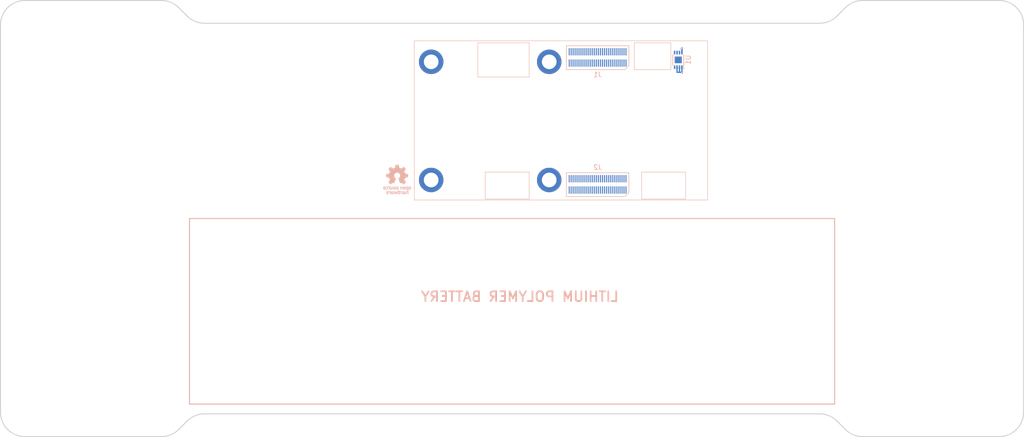
<source format=kicad_pcb>
(kicad_pcb (version 20171130) (host pcbnew "(5.1.8)-1")

  (general
    (thickness 1.6)
    (drawings 71)
    (tracks 8)
    (zones 0)
    (modules 8)
    (nets 7)
  )

  (page A)
  (title_block
    (title kimchi_ulid)
    (date 2019-12-15)
    (rev v0.1)
    (company GroupGets)
  )

  (layers
    (0 F.Cu signal)
    (1 In1.Cu power)
    (2 In2.Cu power)
    (31 B.Cu signal)
    (32 B.Adhes user)
    (33 F.Adhes user)
    (34 B.Paste user)
    (35 F.Paste user)
    (36 B.SilkS user)
    (37 F.SilkS user)
    (38 B.Mask user)
    (39 F.Mask user)
    (40 Dwgs.User user)
    (41 Cmts.User user)
    (42 Eco1.User user)
    (43 Eco2.User user)
    (44 Edge.Cuts user)
    (45 Margin user)
    (46 B.CrtYd user)
    (47 F.CrtYd user)
    (48 B.Fab user)
    (49 F.Fab user)
  )

  (setup
    (last_trace_width 0.127)
    (user_trace_width 0.0762)
    (user_trace_width 0.0889)
    (user_trace_width 0.091186)
    (user_trace_width 0.101346)
    (user_trace_width 0.1016)
    (user_trace_width 0.10668)
    (user_trace_width 0.121666)
    (user_trace_width 0.12192)
    (user_trace_width 0.126746)
    (user_trace_width 0.127)
    (user_trace_width 0.1397)
    (user_trace_width 0.15)
    (user_trace_width 0.2)
    (user_trace_width 0.254)
    (user_trace_width 0.3)
    (user_trace_width 0.35)
    (user_trace_width 0.4)
    (user_trace_width 0.5)
    (user_trace_width 0.75)
    (user_trace_width 1)
    (trace_clearance 0.127)
    (zone_clearance 0.127)
    (zone_45_only yes)
    (trace_min 0.0762)
    (via_size 0.4572)
    (via_drill 0.254)
    (via_min_size 0.3048)
    (via_min_drill 0.1016)
    (user_via 0.4 0.2)
    (user_via 0.4064 0.2)
    (user_via 0.4572 0.254)
    (user_via 0.5 0.3)
    (user_via 0.6 0.2)
    (user_via 0.7 0.4)
    (user_via 1 0.4)
    (uvia_size 0.4572)
    (uvia_drill 0.254)
    (uvias_allowed no)
    (uvia_min_size 0.2)
    (uvia_min_drill 0.1)
    (edge_width 0.15)
    (segment_width 0.2)
    (pcb_text_width 0.3)
    (pcb_text_size 1.5 1.5)
    (mod_edge_width 0.1)
    (mod_text_size 0.5 0.5)
    (mod_text_width 0.1)
    (pad_size 6.4 6.4)
    (pad_drill 3.2)
    (pad_to_mask_clearance 0.0508)
    (solder_mask_min_width 0.1016)
    (aux_axis_origin 107 126)
    (grid_origin 107 126)
    (visible_elements 7FFFFFFF)
    (pcbplotparams
      (layerselection 0x20000_7fffff80)
      (usegerberextensions true)
      (usegerberattributes false)
      (usegerberadvancedattributes false)
      (creategerberjobfile false)
      (excludeedgelayer false)
      (linewidth 0.100000)
      (plotframeref false)
      (viasonmask false)
      (mode 1)
      (useauxorigin false)
      (hpglpennumber 1)
      (hpglpenspeed 20)
      (hpglpendiameter 15.000000)
      (psnegative false)
      (psa4output false)
      (plotreference true)
      (plotvalue false)
      (plotinvisibletext false)
      (padsonsilk false)
      (subtractmaskfromsilk false)
      (outputformat 4)
      (mirror false)
      (drillshape 0)
      (scaleselection 1)
      (outputdirectory "gerber"))
  )

  (net 0 "")
  (net 1 GND)
  (net 2 VDD_5V)
  (net 3 VDD_1V8)
  (net 4 VDD_3V3)
  (net 5 I2C4_SCL)
  (net 6 I2C4_SDA)

  (net_class Default "This is the default net class."
    (clearance 0.127)
    (trace_width 0.127)
    (via_dia 0.4572)
    (via_drill 0.254)
    (uvia_dia 0.4572)
    (uvia_drill 0.254)
    (diff_pair_width 0.127)
    (diff_pair_gap 0.127)
    (add_net GND)
    (add_net I2C4_SCL)
    (add_net I2C4_SDA)
    (add_net VDD_1V8)
    (add_net VDD_3V3)
    (add_net VDD_5V)
  )

  (net_class CSI/DSI ""
    (clearance 0.127)
    (trace_width 0.121666)
    (via_dia 0.4)
    (via_drill 0.2)
    (uvia_dia 0.3)
    (uvia_drill 0.1)
    (diff_pair_width 0.086106)
    (diff_pair_gap 0.10414)
  )

  (net_class PCIE ""
    (clearance 0.127)
    (trace_width 0.121666)
    (via_dia 0.4)
    (via_drill 0.2)
    (uvia_dia 0.3)
    (uvia_drill 0.1)
    (diff_pair_width 0.126746)
    (diff_pair_gap 0.1016)
  )

  (net_class USB ""
    (clearance 0.127)
    (trace_width 0.121666)
    (via_dia 0.4)
    (via_drill 0.2)
    (uvia_dia 0.3)
    (uvia_drill 0.1)
    (diff_pair_width 0.101346)
    (diff_pair_gap 0.0889)
  )

  (module kimchi_ulid:MountingHole_3mm_Pad (layer F.Cu) (tedit 5E5DFAA1) (tstamp 5E5D88DA)
    (at 142.6 102.1)
    (descr "Mounting Hole 3mm")
    (tags "mounting hole 3mm")
    (path /5E62AAC7)
    (attr virtual)
    (fp_text reference H4 (at 0 -4) (layer F.SilkS) hide
      (effects (font (size 1 1) (thickness 0.15)))
    )
    (fp_text value MountingHole_Pad (at 0 4) (layer F.Fab) hide
      (effects (font (size 1 1) (thickness 0.15)))
    )
    (fp_circle (center 0 0) (end 2.75 0) (layer F.CrtYd) (width 0.05))
    (fp_circle (center 0 0) (end 2.5 0) (layer Cmts.User) (width 0.15))
    (fp_text user %R (at 0.3 0) (layer F.Fab)
      (effects (font (size 1 1) (thickness 0.15)))
    )
    (pad 1 thru_hole circle (at 0 0) (size 5 5) (drill 3) (layers *.Cu *.Mask)
      (net 1 GND))
  )

  (module kimchi_ulid:MountingHole_3mm_Pad (layer F.Cu) (tedit 5E5DFAA1) (tstamp 5E5D88D2)
    (at 142.6 77.9)
    (descr "Mounting Hole 3mm")
    (tags "mounting hole 3mm")
    (path /5E62A27E)
    (attr virtual)
    (fp_text reference H3 (at 0 -4) (layer F.SilkS) hide
      (effects (font (size 1 1) (thickness 0.15)))
    )
    (fp_text value MountingHole_Pad (at 0 4) (layer F.Fab) hide
      (effects (font (size 1 1) (thickness 0.15)))
    )
    (fp_circle (center 0 0) (end 2.75 0) (layer F.CrtYd) (width 0.05))
    (fp_circle (center 0 0) (end 2.5 0) (layer Cmts.User) (width 0.15))
    (fp_text user %R (at 0.3 0) (layer F.Fab)
      (effects (font (size 1 1) (thickness 0.15)))
    )
    (pad 1 thru_hole circle (at 0 0) (size 5 5) (drill 3) (layers *.Cu *.Mask)
      (net 1 GND))
  )

  (module kimchi_ulid:MountingHole_3mm_Pad (layer F.Cu) (tedit 5E5DFAA1) (tstamp 5E5D88CA)
    (at 118.45 102.1)
    (descr "Mounting Hole 3mm")
    (tags "mounting hole 3mm")
    (path /5E62A6D2)
    (attr virtual)
    (fp_text reference H2 (at 0 -4) (layer F.SilkS) hide
      (effects (font (size 1 1) (thickness 0.15)))
    )
    (fp_text value MountingHole_Pad (at 0 4) (layer F.Fab) hide
      (effects (font (size 1 1) (thickness 0.15)))
    )
    (fp_circle (center 0 0) (end 2.75 0) (layer F.CrtYd) (width 0.05))
    (fp_circle (center 0 0) (end 2.5 0) (layer Cmts.User) (width 0.15))
    (fp_text user %R (at 0.3 0) (layer F.Fab)
      (effects (font (size 1 1) (thickness 0.15)))
    )
    (pad 1 thru_hole circle (at 0 0) (size 5 5) (drill 3) (layers *.Cu *.Mask)
      (net 1 GND))
  )

  (module kimchi_ulid:MountingHole_3mm_Pad (layer F.Cu) (tedit 5E5DFAA1) (tstamp 5E5D88C2)
    (at 118.45 77.9)
    (descr "Mounting Hole 3mm")
    (tags "mounting hole 3mm")
    (path /5E6294CA)
    (attr virtual)
    (fp_text reference H1 (at 0 -4) (layer F.SilkS) hide
      (effects (font (size 1 1) (thickness 0.15)))
    )
    (fp_text value MountingHole_Pad (at 0 4) (layer F.Fab) hide
      (effects (font (size 1 1) (thickness 0.15)))
    )
    (fp_circle (center 0 0) (end 2.75 0) (layer F.CrtYd) (width 0.05))
    (fp_circle (center 0 0) (end 2.5 0) (layer Cmts.User) (width 0.15))
    (fp_text user %R (at 0.3 0) (layer F.Fab)
      (effects (font (size 1 1) (thickness 0.15)))
    )
    (pad 1 thru_hole circle (at 0 0) (size 5 5) (drill 3) (layers *.Cu *.Mask)
      (net 1 GND))
  )

  (module "kimchi_ulid:DF40HC(3.5)-60DS" (layer B.Cu) (tedit 5E5DE99C) (tstamp 5E2D942D)
    (at 152.5 103 180)
    (path /5E5E151A)
    (attr smd)
    (fp_text reference J2 (at 0 3.5 180) (layer B.SilkS)
      (effects (font (size 1 1) (thickness 0.15)) (justify mirror))
    )
    (fp_text value "DF40HC(3.5)-60DS" (at 0 0) (layer B.Fab) hide
      (effects (font (size 1 1) (thickness 0.15)) (justify mirror))
    )
    (fp_line (start -5.6 -2.49) (end -6.4 -1.69) (layer B.SilkS) (width 0.12))
    (fp_line (start -6.4 -1.69) (end -6.4 2.39) (layer B.SilkS) (width 0.12))
    (fp_line (start -6.4 2.39) (end 6.4 2.39) (layer B.SilkS) (width 0.12))
    (fp_line (start 6.4 2.39) (end 6.4 -2.49) (layer B.SilkS) (width 0.12))
    (fp_line (start 6.4 -2.49) (end -5.6 -2.49) (layer B.SilkS) (width 0.12))
    (fp_line (start -6.15 2.14) (end 6.15 2.14) (layer B.CrtYd) (width 0.05))
    (fp_line (start 6.15 2.14) (end 6.15 -2.24) (layer B.CrtYd) (width 0.05))
    (fp_line (start 6.15 -2.24) (end -6.15 -2.24) (layer B.CrtYd) (width 0.05))
    (fp_line (start -6.15 -2.24) (end -6.15 2.14) (layer B.CrtYd) (width 0.05))
    (pad 36 smd rect (at 3.8 -1.16 180) (size 0.2 1.5) (layers B.Cu B.Paste B.Mask))
    (pad 37 smd rect (at 3.4 -1.16 180) (size 0.2 1.5) (layers B.Cu B.Paste B.Mask))
    (pad 38 smd rect (at 3 -1.16 180) (size 0.2 1.5) (layers B.Cu B.Paste B.Mask)
      (net 1 GND))
    (pad 39 smd rect (at 2.6 -1.16 180) (size 0.2 1.5) (layers B.Cu B.Paste B.Mask)
      (net 1 GND))
    (pad 40 smd rect (at 2.2 -1.16 180) (size 0.2 1.5) (layers B.Cu B.Paste B.Mask)
      (net 1 GND))
    (pad 30 smd rect (at 5.8 1.16 180) (size 0.2 1.5) (layers B.Cu B.Paste B.Mask))
    (pad 41 smd rect (at 1.8 -1.16 180) (size 0.2 1.5) (layers B.Cu B.Paste B.Mask)
      (net 1 GND))
    (pad 29 smd rect (at 5.4 1.16 180) (size 0.2 1.5) (layers B.Cu B.Paste B.Mask))
    (pad 42 smd rect (at 1.4 -1.16 180) (size 0.2 1.5) (layers B.Cu B.Paste B.Mask)
      (net 3 VDD_1V8))
    (pad 28 smd rect (at 5 1.16 180) (size 0.2 1.5) (layers B.Cu B.Paste B.Mask))
    (pad 43 smd rect (at 1 -1.16 180) (size 0.2 1.5) (layers B.Cu B.Paste B.Mask)
      (net 3 VDD_1V8))
    (pad 27 smd rect (at 4.6 1.16 180) (size 0.2 1.5) (layers B.Cu B.Paste B.Mask))
    (pad 44 smd rect (at 0.6 -1.16 180) (size 0.2 1.5) (layers B.Cu B.Paste B.Mask)
      (net 3 VDD_1V8))
    (pad 26 smd rect (at 4.2 1.16 180) (size 0.2 1.5) (layers B.Cu B.Paste B.Mask))
    (pad 45 smd rect (at 0.2 -1.16 180) (size 0.2 1.5) (layers B.Cu B.Paste B.Mask)
      (net 3 VDD_1V8))
    (pad 25 smd rect (at 3.8 1.16 180) (size 0.2 1.5) (layers B.Cu B.Paste B.Mask))
    (pad 46 smd rect (at -0.2 -1.16 180) (size 0.2 1.5) (layers B.Cu B.Paste B.Mask))
    (pad 24 smd rect (at 3.4 1.16 180) (size 0.2 1.5) (layers B.Cu B.Paste B.Mask))
    (pad 47 smd rect (at -0.6 -1.16 180) (size 0.2 1.5) (layers B.Cu B.Paste B.Mask))
    (pad 23 smd rect (at 3 1.16 180) (size 0.2 1.5) (layers B.Cu B.Paste B.Mask))
    (pad 48 smd rect (at -1 -1.16 180) (size 0.2 1.5) (layers B.Cu B.Paste B.Mask))
    (pad 22 smd rect (at 2.6 1.16 180) (size 0.2 1.5) (layers B.Cu B.Paste B.Mask))
    (pad 49 smd rect (at -1.4 -1.16 180) (size 0.2 1.5) (layers B.Cu B.Paste B.Mask))
    (pad 21 smd rect (at 2.2 1.16 180) (size 0.2 1.5) (layers B.Cu B.Paste B.Mask))
    (pad 50 smd rect (at -1.8 -1.16 180) (size 0.2 1.5) (layers B.Cu B.Paste B.Mask)
      (net 1 GND))
    (pad 20 smd rect (at 1.8 1.16 180) (size 0.2 1.5) (layers B.Cu B.Paste B.Mask))
    (pad 51 smd rect (at -2.2 -1.16 180) (size 0.2 1.5) (layers B.Cu B.Paste B.Mask)
      (net 1 GND))
    (pad 19 smd rect (at 1.4 1.16 180) (size 0.2 1.5) (layers B.Cu B.Paste B.Mask))
    (pad 52 smd rect (at -2.6 -1.16 180) (size 0.2 1.5) (layers B.Cu B.Paste B.Mask)
      (net 1 GND))
    (pad 18 smd rect (at 1 1.16 180) (size 0.2 1.5) (layers B.Cu B.Paste B.Mask))
    (pad 53 smd rect (at -3 -1.16 180) (size 0.2 1.5) (layers B.Cu B.Paste B.Mask)
      (net 1 GND))
    (pad 17 smd rect (at 0.6 1.16 180) (size 0.2 1.5) (layers B.Cu B.Paste B.Mask))
    (pad 54 smd rect (at -3.4 -1.16 180) (size 0.2 1.5) (layers B.Cu B.Paste B.Mask)
      (net 4 VDD_3V3))
    (pad 16 smd rect (at 0.2 1.16 180) (size 0.2 1.5) (layers B.Cu B.Paste B.Mask))
    (pad 55 smd rect (at -3.8 -1.16 180) (size 0.2 1.5) (layers B.Cu B.Paste B.Mask)
      (net 4 VDD_3V3))
    (pad 15 smd rect (at -0.2 1.16 180) (size 0.2 1.5) (layers B.Cu B.Paste B.Mask))
    (pad 56 smd rect (at -4.2 -1.16 180) (size 0.2 1.5) (layers B.Cu B.Paste B.Mask)
      (net 4 VDD_3V3))
    (pad 14 smd rect (at -0.6 1.16 180) (size 0.2 1.5) (layers B.Cu B.Paste B.Mask))
    (pad 57 smd rect (at -4.6 -1.16 180) (size 0.2 1.5) (layers B.Cu B.Paste B.Mask)
      (net 4 VDD_3V3))
    (pad 13 smd rect (at -1 1.16 180) (size 0.2 1.5) (layers B.Cu B.Paste B.Mask))
    (pad 58 smd rect (at -5 -1.16 180) (size 0.2 1.5) (layers B.Cu B.Paste B.Mask))
    (pad 12 smd rect (at -1.4 1.16 180) (size 0.2 1.5) (layers B.Cu B.Paste B.Mask))
    (pad 59 smd rect (at -5.4 -1.16 180) (size 0.2 1.5) (layers B.Cu B.Paste B.Mask))
    (pad 11 smd rect (at -1.8 1.16 180) (size 0.2 1.5) (layers B.Cu B.Paste B.Mask))
    (pad 60 smd rect (at -5.8 -1.16 180) (size 0.2 1.5) (layers B.Cu B.Paste B.Mask))
    (pad 10 smd rect (at -2.2 1.16 180) (size 0.2 1.5) (layers B.Cu B.Paste B.Mask))
    (pad 31 smd rect (at 5.8 -1.16 180) (size 0.2 1.5) (layers B.Cu B.Paste B.Mask))
    (pad 9 smd rect (at -2.6 1.16 180) (size 0.2 1.5) (layers B.Cu B.Paste B.Mask))
    (pad 32 smd rect (at 5.4 -1.16 180) (size 0.2 1.5) (layers B.Cu B.Paste B.Mask))
    (pad 8 smd rect (at -3 1.16 180) (size 0.2 1.5) (layers B.Cu B.Paste B.Mask))
    (pad 33 smd rect (at 5 -1.16 180) (size 0.2 1.5) (layers B.Cu B.Paste B.Mask))
    (pad 7 smd rect (at -3.4 1.16 180) (size 0.2 1.5) (layers B.Cu B.Paste B.Mask))
    (pad 34 smd rect (at 4.6 -1.16 180) (size 0.2 1.5) (layers B.Cu B.Paste B.Mask))
    (pad 6 smd rect (at -3.8 1.16 180) (size 0.2 1.5) (layers B.Cu B.Paste B.Mask))
    (pad 35 smd rect (at 4.2 -1.16 180) (size 0.2 1.5) (layers B.Cu B.Paste B.Mask))
    (pad 5 smd rect (at -4.2 1.16 180) (size 0.2 1.5) (layers B.Cu B.Paste B.Mask))
    (pad 4 smd rect (at -4.6 1.16 180) (size 0.2 1.5) (layers B.Cu B.Paste B.Mask))
    (pad 3 smd rect (at -5 1.16 180) (size 0.2 1.5) (layers B.Cu B.Paste B.Mask))
    (pad 2 smd rect (at -5.4 1.16 180) (size 0.2 1.5) (layers B.Cu B.Paste B.Mask))
    (pad 1 smd rect (at -5.8 1.16 180) (size 0.2 1.5) (layers B.Cu B.Paste B.Mask))
    (model "${KIPRJMOD}/kimchi_ulid.pretty/DF40HC(3.5)-60DS.stp"
      (offset (xyz -2.115 0 1.99))
      (scale (xyz 1 1 1))
      (rotate (xyz -90 0 90))
    )
  )

  (module "kimchi_ulid:DF40HC(3.5)-60DS" (layer B.Cu) (tedit 5E5DE99C) (tstamp 5E6A0664)
    (at 152.5 77 180)
    (path /5E5E1603)
    (attr smd)
    (fp_text reference J1 (at 0 -3.5) (layer B.SilkS)
      (effects (font (size 1 1) (thickness 0.15)) (justify mirror))
    )
    (fp_text value "DF40HC(3.5)-60DS" (at 0 0) (layer B.Fab) hide
      (effects (font (size 1 1) (thickness 0.15)) (justify mirror))
    )
    (fp_line (start -5.6 -2.49) (end -6.4 -1.69) (layer B.SilkS) (width 0.12))
    (fp_line (start -6.4 -1.69) (end -6.4 2.39) (layer B.SilkS) (width 0.12))
    (fp_line (start -6.4 2.39) (end 6.4 2.39) (layer B.SilkS) (width 0.12))
    (fp_line (start 6.4 2.39) (end 6.4 -2.49) (layer B.SilkS) (width 0.12))
    (fp_line (start 6.4 -2.49) (end -5.6 -2.49) (layer B.SilkS) (width 0.12))
    (fp_line (start -6.15 2.14) (end 6.15 2.14) (layer B.CrtYd) (width 0.05))
    (fp_line (start 6.15 2.14) (end 6.15 -2.24) (layer B.CrtYd) (width 0.05))
    (fp_line (start 6.15 -2.24) (end -6.15 -2.24) (layer B.CrtYd) (width 0.05))
    (fp_line (start -6.15 -2.24) (end -6.15 2.14) (layer B.CrtYd) (width 0.05))
    (pad 36 smd rect (at 3.8 -1.16 180) (size 0.2 1.5) (layers B.Cu B.Paste B.Mask))
    (pad 37 smd rect (at 3.4 -1.16 180) (size 0.2 1.5) (layers B.Cu B.Paste B.Mask))
    (pad 38 smd rect (at 3 -1.16 180) (size 0.2 1.5) (layers B.Cu B.Paste B.Mask))
    (pad 39 smd rect (at 2.6 -1.16 180) (size 0.2 1.5) (layers B.Cu B.Paste B.Mask))
    (pad 40 smd rect (at 2.2 -1.16 180) (size 0.2 1.5) (layers B.Cu B.Paste B.Mask))
    (pad 30 smd rect (at 5.8 1.16 180) (size 0.2 1.5) (layers B.Cu B.Paste B.Mask))
    (pad 41 smd rect (at 1.8 -1.16 180) (size 0.2 1.5) (layers B.Cu B.Paste B.Mask))
    (pad 29 smd rect (at 5.4 1.16 180) (size 0.2 1.5) (layers B.Cu B.Paste B.Mask))
    (pad 42 smd rect (at 1.4 -1.16 180) (size 0.2 1.5) (layers B.Cu B.Paste B.Mask))
    (pad 28 smd rect (at 5 1.16 180) (size 0.2 1.5) (layers B.Cu B.Paste B.Mask))
    (pad 43 smd rect (at 1 -1.16 180) (size 0.2 1.5) (layers B.Cu B.Paste B.Mask))
    (pad 27 smd rect (at 4.6 1.16 180) (size 0.2 1.5) (layers B.Cu B.Paste B.Mask))
    (pad 44 smd rect (at 0.6 -1.16 180) (size 0.2 1.5) (layers B.Cu B.Paste B.Mask))
    (pad 26 smd rect (at 4.2 1.16 180) (size 0.2 1.5) (layers B.Cu B.Paste B.Mask))
    (pad 45 smd rect (at 0.2 -1.16 180) (size 0.2 1.5) (layers B.Cu B.Paste B.Mask))
    (pad 25 smd rect (at 3.8 1.16 180) (size 0.2 1.5) (layers B.Cu B.Paste B.Mask))
    (pad 46 smd rect (at -0.2 -1.16 180) (size 0.2 1.5) (layers B.Cu B.Paste B.Mask))
    (pad 24 smd rect (at 3.4 1.16 180) (size 0.2 1.5) (layers B.Cu B.Paste B.Mask))
    (pad 47 smd rect (at -0.6 -1.16 180) (size 0.2 1.5) (layers B.Cu B.Paste B.Mask))
    (pad 23 smd rect (at 3 1.16 180) (size 0.2 1.5) (layers B.Cu B.Paste B.Mask))
    (pad 48 smd rect (at -1 -1.16 180) (size 0.2 1.5) (layers B.Cu B.Paste B.Mask))
    (pad 22 smd rect (at 2.6 1.16 180) (size 0.2 1.5) (layers B.Cu B.Paste B.Mask))
    (pad 49 smd rect (at -1.4 -1.16 180) (size 0.2 1.5) (layers B.Cu B.Paste B.Mask))
    (pad 21 smd rect (at 2.2 1.16 180) (size 0.2 1.5) (layers B.Cu B.Paste B.Mask))
    (pad 50 smd rect (at -1.8 -1.16 180) (size 0.2 1.5) (layers B.Cu B.Paste B.Mask))
    (pad 20 smd rect (at 1.8 1.16 180) (size 0.2 1.5) (layers B.Cu B.Paste B.Mask))
    (pad 51 smd rect (at -2.2 -1.16 180) (size 0.2 1.5) (layers B.Cu B.Paste B.Mask)
      (net 1 GND))
    (pad 19 smd rect (at 1.4 1.16 180) (size 0.2 1.5) (layers B.Cu B.Paste B.Mask))
    (pad 52 smd rect (at -2.6 -1.16 180) (size 0.2 1.5) (layers B.Cu B.Paste B.Mask))
    (pad 18 smd rect (at 1 1.16 180) (size 0.2 1.5) (layers B.Cu B.Paste B.Mask))
    (pad 53 smd rect (at -3 -1.16 180) (size 0.2 1.5) (layers B.Cu B.Paste B.Mask))
    (pad 17 smd rect (at 0.6 1.16 180) (size 0.2 1.5) (layers B.Cu B.Paste B.Mask))
    (pad 54 smd rect (at -3.4 -1.16 180) (size 0.2 1.5) (layers B.Cu B.Paste B.Mask))
    (pad 16 smd rect (at 0.2 1.16 180) (size 0.2 1.5) (layers B.Cu B.Paste B.Mask)
      (net 5 I2C4_SCL))
    (pad 55 smd rect (at -3.8 -1.16 180) (size 0.2 1.5) (layers B.Cu B.Paste B.Mask))
    (pad 15 smd rect (at -0.2 1.16 180) (size 0.2 1.5) (layers B.Cu B.Paste B.Mask)
      (net 6 I2C4_SDA))
    (pad 56 smd rect (at -4.2 -1.16 180) (size 0.2 1.5) (layers B.Cu B.Paste B.Mask))
    (pad 14 smd rect (at -0.6 1.16 180) (size 0.2 1.5) (layers B.Cu B.Paste B.Mask)
      (net 1 GND))
    (pad 57 smd rect (at -4.6 -1.16 180) (size 0.2 1.5) (layers B.Cu B.Paste B.Mask))
    (pad 13 smd rect (at -1 1.16 180) (size 0.2 1.5) (layers B.Cu B.Paste B.Mask)
      (net 1 GND))
    (pad 58 smd rect (at -5 -1.16 180) (size 0.2 1.5) (layers B.Cu B.Paste B.Mask))
    (pad 12 smd rect (at -1.4 1.16 180) (size 0.2 1.5) (layers B.Cu B.Paste B.Mask)
      (net 1 GND))
    (pad 59 smd rect (at -5.4 -1.16 180) (size 0.2 1.5) (layers B.Cu B.Paste B.Mask))
    (pad 11 smd rect (at -1.8 1.16 180) (size 0.2 1.5) (layers B.Cu B.Paste B.Mask)
      (net 1 GND))
    (pad 60 smd rect (at -5.8 -1.16 180) (size 0.2 1.5) (layers B.Cu B.Paste B.Mask))
    (pad 10 smd rect (at -2.2 1.16 180) (size 0.2 1.5) (layers B.Cu B.Paste B.Mask)
      (net 2 VDD_5V))
    (pad 31 smd rect (at 5.8 -1.16 180) (size 0.2 1.5) (layers B.Cu B.Paste B.Mask))
    (pad 9 smd rect (at -2.6 1.16 180) (size 0.2 1.5) (layers B.Cu B.Paste B.Mask)
      (net 2 VDD_5V))
    (pad 32 smd rect (at 5.4 -1.16 180) (size 0.2 1.5) (layers B.Cu B.Paste B.Mask))
    (pad 8 smd rect (at -3 1.16 180) (size 0.2 1.5) (layers B.Cu B.Paste B.Mask)
      (net 2 VDD_5V))
    (pad 33 smd rect (at 5 -1.16 180) (size 0.2 1.5) (layers B.Cu B.Paste B.Mask))
    (pad 7 smd rect (at -3.4 1.16 180) (size 0.2 1.5) (layers B.Cu B.Paste B.Mask)
      (net 2 VDD_5V))
    (pad 34 smd rect (at 4.6 -1.16 180) (size 0.2 1.5) (layers B.Cu B.Paste B.Mask))
    (pad 6 smd rect (at -3.8 1.16 180) (size 0.2 1.5) (layers B.Cu B.Paste B.Mask))
    (pad 35 smd rect (at 4.2 -1.16 180) (size 0.2 1.5) (layers B.Cu B.Paste B.Mask))
    (pad 5 smd rect (at -4.2 1.16 180) (size 0.2 1.5) (layers B.Cu B.Paste B.Mask))
    (pad 4 smd rect (at -4.6 1.16 180) (size 0.2 1.5) (layers B.Cu B.Paste B.Mask))
    (pad 3 smd rect (at -5 1.16 180) (size 0.2 1.5) (layers B.Cu B.Paste B.Mask))
    (pad 2 smd rect (at -5.4 1.16 180) (size 0.2 1.5) (layers B.Cu B.Paste B.Mask))
    (pad 1 smd rect (at -5.8 1.16 180) (size 0.2 1.5) (layers B.Cu B.Paste B.Mask))
    (model "${KIPRJMOD}/kimchi_ulid.pretty/DF40HC(3.5)-60DS.stp"
      (offset (xyz -2.115 0 1.99))
      (scale (xyz 1 1 1))
      (rotate (xyz -90 0 90))
    )
  )

  (module Package_DFN_QFN:DFN-8-1EP_3x2mm_P0.5mm_EP1.36x1.46mm (layer B.Cu) (tedit 5A68DC49) (tstamp 5E5D5F2D)
    (at 169 77.5 90)
    (descr "8-Lead Plastic Dual Flat, No Lead Package (8MA2) - 2x3x0.6 mm Body (http://ww1.microchip.com/downloads/en/DeviceDoc/20005010F.pdf)")
    (tags "DFN 0.5")
    (path /5D8EE848)
    (attr smd)
    (fp_text reference U1 (at 0 2.05 270) (layer B.SilkS)
      (effects (font (size 1 1) (thickness 0.15)) (justify mirror))
    )
    (fp_text value 24C32 (at 0 -2.05 270) (layer B.Fab) hide
      (effects (font (size 1 1) (thickness 0.15)) (justify mirror))
    )
    (fp_line (start -0.5 1) (end 1.5 1) (layer B.Fab) (width 0.15))
    (fp_line (start 1.5 1) (end 1.5 -1) (layer B.Fab) (width 0.15))
    (fp_line (start 1.5 -1) (end -1.5 -1) (layer B.Fab) (width 0.15))
    (fp_line (start -1.5 -1) (end -1.5 0) (layer B.Fab) (width 0.15))
    (fp_line (start -1.5 0) (end -0.5 1) (layer B.Fab) (width 0.15))
    (fp_line (start -2.13 1.25) (end -2.13 -1.25) (layer B.CrtYd) (width 0.05))
    (fp_line (start 2.13 1.25) (end 2.13 -1.25) (layer B.CrtYd) (width 0.05))
    (fp_line (start -2.13 1.25) (end 2.13 1.25) (layer B.CrtYd) (width 0.05))
    (fp_line (start -2.13 -1.25) (end 2.13 -1.25) (layer B.CrtYd) (width 0.05))
    (fp_line (start -1.08 -1.12) (end 1.08 -1.12) (layer B.SilkS) (width 0.15))
    (fp_line (start -1.9 1.12) (end 1.08 1.12) (layer B.SilkS) (width 0.15))
    (fp_text user %R (at 0 0 270) (layer B.Fab)
      (effects (font (size 0.7 0.7) (thickness 0.105)) (justify mirror))
    )
    (pad "" smd rect (at 0.325 -0.375 90) (size 0.5 0.6) (layers B.Paste))
    (pad "" smd rect (at 0.325 0.375 90) (size 0.5 0.6) (layers B.Paste))
    (pad "" smd rect (at -0.325 -0.375 90) (size 0.5 0.6) (layers B.Paste))
    (pad "" smd rect (at -0.325 0.375 90) (size 0.5 0.6) (layers B.Paste))
    (pad 9 smd rect (at 0 0 90) (size 1.36 1.46) (layers B.Cu B.Mask))
    (pad 8 smd rect (at 1.5 0.75 90) (size 0.75 0.3) (layers B.Cu B.Paste B.Mask)
      (net 4 VDD_3V3))
    (pad 7 smd rect (at 1.5 0.25 90) (size 0.75 0.3) (layers B.Cu B.Paste B.Mask)
      (net 1 GND))
    (pad 6 smd rect (at 1.5 -0.25 90) (size 0.75 0.3) (layers B.Cu B.Paste B.Mask)
      (net 5 I2C4_SCL))
    (pad 5 smd rect (at 1.5 -0.75 90) (size 0.75 0.3) (layers B.Cu B.Paste B.Mask)
      (net 6 I2C4_SDA))
    (pad 4 smd rect (at -1.5 -0.75 90) (size 0.75 0.3) (layers B.Cu B.Paste B.Mask)
      (net 1 GND))
    (pad 3 smd rect (at -1.5 -0.25 90) (size 0.75 0.3) (layers B.Cu B.Paste B.Mask)
      (net 4 VDD_3V3))
    (pad 2 smd rect (at -1.5 0.25 90) (size 0.75 0.3) (layers B.Cu B.Paste B.Mask)
      (net 4 VDD_3V3))
    (pad 1 smd rect (at -1.5 0.75 90) (size 0.75 0.3) (layers B.Cu B.Paste B.Mask)
      (net 4 VDD_3V3))
    (model ${KISYS3DMOD}/Package_DFN_QFN.3dshapes/DFN-8-1EP_3x2mm_P0.5mm_EP1.36x1.46mm.wrl
      (at (xyz 0 0 0))
      (scale (xyz 1 1 1))
      (rotate (xyz 0 0 0))
    )
  )

  (module Symbol:OSHW-Logo_5.7x6mm_SilkScreen (layer B.Cu) (tedit 0) (tstamp 5E5D5F10)
    (at 111.5 102 180)
    (descr "Open Source Hardware Logo")
    (tags "Logo OSHW")
    (path /5EA00236)
    (attr virtual)
    (fp_text reference LOGO1 (at 0 0) (layer B.SilkS) hide
      (effects (font (size 1 1) (thickness 0.15)) (justify mirror))
    )
    (fp_text value Logo_Open_Hardware_Small (at 0.75 0) (layer B.Fab) hide
      (effects (font (size 1 1) (thickness 0.15)) (justify mirror))
    )
    (fp_poly (pts (xy -1.908759 -1.469184) (xy -1.882247 -1.482282) (xy -1.849553 -1.505106) (xy -1.825725 -1.529996)
      (xy -1.809406 -1.561249) (xy -1.79924 -1.603166) (xy -1.793872 -1.660044) (xy -1.791944 -1.736184)
      (xy -1.791831 -1.768917) (xy -1.792161 -1.840656) (xy -1.793527 -1.891927) (xy -1.7965 -1.927404)
      (xy -1.801649 -1.951763) (xy -1.809543 -1.96968) (xy -1.817757 -1.981902) (xy -1.870187 -2.033905)
      (xy -1.93193 -2.065184) (xy -1.998536 -2.074592) (xy -2.065558 -2.06098) (xy -2.086792 -2.051354)
      (xy -2.137624 -2.024859) (xy -2.137624 -2.440052) (xy -2.100525 -2.420868) (xy -2.051643 -2.406025)
      (xy -1.991561 -2.402222) (xy -1.931564 -2.409243) (xy -1.886256 -2.425013) (xy -1.848675 -2.455047)
      (xy -1.816564 -2.498024) (xy -1.81415 -2.502436) (xy -1.803967 -2.523221) (xy -1.79653 -2.54417)
      (xy -1.791411 -2.569548) (xy -1.788181 -2.603618) (xy -1.786413 -2.650641) (xy -1.785677 -2.714882)
      (xy -1.785544 -2.787176) (xy -1.785544 -3.017822) (xy -1.923861 -3.017822) (xy -1.923861 -2.592533)
      (xy -1.962549 -2.559979) (xy -2.002738 -2.53394) (xy -2.040797 -2.529205) (xy -2.079066 -2.541389)
      (xy -2.099462 -2.55332) (xy -2.114642 -2.570313) (xy -2.125438 -2.595995) (xy -2.132683 -2.633991)
      (xy -2.137208 -2.687926) (xy -2.139844 -2.761425) (xy -2.140772 -2.810347) (xy -2.143911 -3.011535)
      (xy -2.209926 -3.015336) (xy -2.27594 -3.019136) (xy -2.27594 -1.77065) (xy -2.137624 -1.77065)
      (xy -2.134097 -1.840254) (xy -2.122215 -1.888569) (xy -2.10002 -1.918631) (xy -2.065559 -1.933471)
      (xy -2.030742 -1.936436) (xy -1.991329 -1.933028) (xy -1.965171 -1.919617) (xy -1.948814 -1.901896)
      (xy -1.935937 -1.882835) (xy -1.928272 -1.861601) (xy -1.924861 -1.831849) (xy -1.924749 -1.787236)
      (xy -1.925897 -1.74988) (xy -1.928532 -1.693604) (xy -1.932456 -1.656658) (xy -1.939063 -1.633223)
      (xy -1.949749 -1.61748) (xy -1.959833 -1.60838) (xy -2.00197 -1.588537) (xy -2.05184 -1.585332)
      (xy -2.080476 -1.592168) (xy -2.108828 -1.616464) (xy -2.127609 -1.663728) (xy -2.136712 -1.733624)
      (xy -2.137624 -1.77065) (xy -2.27594 -1.77065) (xy -2.27594 -1.458614) (xy -2.206782 -1.458614)
      (xy -2.16526 -1.460256) (xy -2.143838 -1.466087) (xy -2.137626 -1.477461) (xy -2.137624 -1.477798)
      (xy -2.134742 -1.488938) (xy -2.12203 -1.487673) (xy -2.096757 -1.475433) (xy -2.037869 -1.456707)
      (xy -1.971615 -1.454739) (xy -1.908759 -1.469184)) (layer B.SilkS) (width 0.01))
    (fp_poly (pts (xy -1.38421 -2.406555) (xy -1.325055 -2.422339) (xy -1.280023 -2.450948) (xy -1.248246 -2.488419)
      (xy -1.238366 -2.504411) (xy -1.231073 -2.521163) (xy -1.225974 -2.542592) (xy -1.222679 -2.572616)
      (xy -1.220797 -2.615154) (xy -1.219937 -2.674122) (xy -1.219707 -2.75344) (xy -1.219703 -2.774484)
      (xy -1.219703 -3.017822) (xy -1.280059 -3.017822) (xy -1.318557 -3.015126) (xy -1.347023 -3.008295)
      (xy -1.354155 -3.004083) (xy -1.373652 -2.996813) (xy -1.393566 -3.004083) (xy -1.426353 -3.01316)
      (xy -1.473978 -3.016813) (xy -1.526764 -3.015228) (xy -1.575036 -3.008589) (xy -1.603218 -3.000072)
      (xy -1.657753 -2.965063) (xy -1.691835 -2.916479) (xy -1.707157 -2.851882) (xy -1.707299 -2.850223)
      (xy -1.705955 -2.821566) (xy -1.584356 -2.821566) (xy -1.573726 -2.854161) (xy -1.55641 -2.872505)
      (xy -1.521652 -2.886379) (xy -1.475773 -2.891917) (xy -1.428988 -2.889191) (xy -1.391514 -2.878274)
      (xy -1.381015 -2.871269) (xy -1.362668 -2.838904) (xy -1.35802 -2.802111) (xy -1.35802 -2.753763)
      (xy -1.427582 -2.753763) (xy -1.493667 -2.75885) (xy -1.543764 -2.773263) (xy -1.574929 -2.795729)
      (xy -1.584356 -2.821566) (xy -1.705955 -2.821566) (xy -1.703987 -2.779647) (xy -1.68071 -2.723845)
      (xy -1.636948 -2.681647) (xy -1.630899 -2.677808) (xy -1.604907 -2.665309) (xy -1.572735 -2.65774)
      (xy -1.52776 -2.654061) (xy -1.474331 -2.653216) (xy -1.35802 -2.653169) (xy -1.35802 -2.604411)
      (xy -1.362953 -2.566581) (xy -1.375543 -2.541236) (xy -1.377017 -2.539887) (xy -1.405034 -2.5288)
      (xy -1.447326 -2.524503) (xy -1.494064 -2.526615) (xy -1.535418 -2.534756) (xy -1.559957 -2.546965)
      (xy -1.573253 -2.556746) (xy -1.587294 -2.558613) (xy -1.606671 -2.5506) (xy -1.635976 -2.530739)
      (xy -1.679803 -2.497063) (xy -1.683825 -2.493909) (xy -1.681764 -2.482236) (xy -1.664568 -2.462822)
      (xy -1.638433 -2.441248) (xy -1.609552 -2.423096) (xy -1.600478 -2.418809) (xy -1.56738 -2.410256)
      (xy -1.51888 -2.404155) (xy -1.464695 -2.401708) (xy -1.462161 -2.401703) (xy -1.38421 -2.406555)) (layer B.SilkS) (width 0.01))
    (fp_poly (pts (xy -0.993356 -2.40302) (xy -0.974539 -2.40866) (xy -0.968473 -2.421053) (xy -0.968218 -2.426647)
      (xy -0.967129 -2.44223) (xy -0.959632 -2.444676) (xy -0.939381 -2.433993) (xy -0.927351 -2.426694)
      (xy -0.8894 -2.411063) (xy -0.844072 -2.403334) (xy -0.796544 -2.40274) (xy -0.751995 -2.408513)
      (xy -0.715602 -2.419884) (xy -0.692543 -2.436088) (xy -0.687996 -2.456355) (xy -0.690291 -2.461843)
      (xy -0.70702 -2.484626) (xy -0.732963 -2.512647) (xy -0.737655 -2.517177) (xy -0.762383 -2.538005)
      (xy -0.783718 -2.544735) (xy -0.813555 -2.540038) (xy -0.825508 -2.536917) (xy -0.862705 -2.529421)
      (xy -0.888859 -2.532792) (xy -0.910946 -2.544681) (xy -0.931178 -2.560635) (xy -0.946079 -2.5807)
      (xy -0.956434 -2.608702) (xy -0.963029 -2.648467) (xy -0.966649 -2.703823) (xy -0.968078 -2.778594)
      (xy -0.968218 -2.82374) (xy -0.968218 -3.017822) (xy -1.09396 -3.017822) (xy -1.09396 -2.401683)
      (xy -1.031089 -2.401683) (xy -0.993356 -2.40302)) (layer B.SilkS) (width 0.01))
    (fp_poly (pts (xy -0.201188 -3.017822) (xy -0.270346 -3.017822) (xy -0.310488 -3.016645) (xy -0.331394 -3.011772)
      (xy -0.338922 -3.001186) (xy -0.339505 -2.994029) (xy -0.340774 -2.979676) (xy -0.348779 -2.976923)
      (xy -0.369815 -2.985771) (xy -0.386173 -2.994029) (xy -0.448977 -3.013597) (xy -0.517248 -3.014729)
      (xy -0.572752 -3.000135) (xy -0.624438 -2.964877) (xy -0.663838 -2.912835) (xy -0.685413 -2.85145)
      (xy -0.685962 -2.848018) (xy -0.689167 -2.810571) (xy -0.690761 -2.756813) (xy -0.690633 -2.716155)
      (xy -0.553279 -2.716155) (xy -0.550097 -2.770194) (xy -0.542859 -2.814735) (xy -0.53306 -2.839888)
      (xy -0.495989 -2.87426) (xy -0.451974 -2.886582) (xy -0.406584 -2.876618) (xy -0.367797 -2.846895)
      (xy -0.353108 -2.826905) (xy -0.344519 -2.80305) (xy -0.340496 -2.76823) (xy -0.339505 -2.71593)
      (xy -0.341278 -2.664139) (xy -0.345963 -2.618634) (xy -0.352603 -2.588181) (xy -0.35371 -2.585452)
      (xy -0.380491 -2.553) (xy -0.419579 -2.535183) (xy -0.463315 -2.532306) (xy -0.504038 -2.544674)
      (xy -0.534087 -2.572593) (xy -0.537204 -2.578148) (xy -0.546961 -2.612022) (xy -0.552277 -2.660728)
      (xy -0.553279 -2.716155) (xy -0.690633 -2.716155) (xy -0.690568 -2.69554) (xy -0.689664 -2.662563)
      (xy -0.683514 -2.580981) (xy -0.670733 -2.51973) (xy -0.649471 -2.474449) (xy -0.617878 -2.440779)
      (xy -0.587207 -2.421014) (xy -0.544354 -2.40712) (xy -0.491056 -2.402354) (xy -0.43648 -2.406236)
      (xy -0.389792 -2.418282) (xy -0.365124 -2.432693) (xy -0.339505 -2.455878) (xy -0.339505 -2.162773)
      (xy -0.201188 -2.162773) (xy -0.201188 -3.017822)) (layer B.SilkS) (width 0.01))
    (fp_poly (pts (xy 0.281524 -2.404237) (xy 0.331255 -2.407971) (xy 0.461291 -2.797773) (xy 0.481678 -2.728614)
      (xy 0.493946 -2.685874) (xy 0.510085 -2.628115) (xy 0.527512 -2.564625) (xy 0.536726 -2.53057)
      (xy 0.571388 -2.401683) (xy 0.714391 -2.401683) (xy 0.671646 -2.536857) (xy 0.650596 -2.603342)
      (xy 0.625167 -2.683539) (xy 0.59861 -2.767193) (xy 0.574902 -2.841782) (xy 0.520902 -3.011535)
      (xy 0.462598 -3.015328) (xy 0.404295 -3.019122) (xy 0.372679 -2.914734) (xy 0.353182 -2.849889)
      (xy 0.331904 -2.7784) (xy 0.313308 -2.715263) (xy 0.312574 -2.71275) (xy 0.298684 -2.669969)
      (xy 0.286429 -2.640779) (xy 0.277846 -2.629741) (xy 0.276082 -2.631018) (xy 0.269891 -2.64813)
      (xy 0.258128 -2.684787) (xy 0.242225 -2.736378) (xy 0.223614 -2.798294) (xy 0.213543 -2.832352)
      (xy 0.159007 -3.017822) (xy 0.043264 -3.017822) (xy -0.049263 -2.725471) (xy -0.075256 -2.643462)
      (xy -0.098934 -2.568987) (xy -0.11918 -2.505544) (xy -0.134874 -2.456632) (xy -0.144898 -2.425749)
      (xy -0.147945 -2.416726) (xy -0.145533 -2.407487) (xy -0.126592 -2.403441) (xy -0.087177 -2.403846)
      (xy -0.081007 -2.404152) (xy -0.007914 -2.407971) (xy 0.039957 -2.58401) (xy 0.057553 -2.648211)
      (xy 0.073277 -2.704649) (xy 0.085746 -2.748422) (xy 0.093574 -2.77463) (xy 0.09502 -2.778903)
      (xy 0.101014 -2.77399) (xy 0.113101 -2.748532) (xy 0.129893 -2.705997) (xy 0.150003 -2.64985)
      (xy 0.167003 -2.59913) (xy 0.231794 -2.400504) (xy 0.281524 -2.404237)) (layer B.SilkS) (width 0.01))
    (fp_poly (pts (xy 1.038411 -2.405417) (xy 1.091411 -2.41829) (xy 1.106731 -2.42511) (xy 1.136428 -2.442974)
      (xy 1.15922 -2.463093) (xy 1.176083 -2.488962) (xy 1.187998 -2.524073) (xy 1.195942 -2.57192)
      (xy 1.200894 -2.635996) (xy 1.203831 -2.719794) (xy 1.204947 -2.775768) (xy 1.209052 -3.017822)
      (xy 1.138932 -3.017822) (xy 1.096393 -3.016038) (xy 1.074476 -3.009942) (xy 1.068812 -2.999706)
      (xy 1.065821 -2.988637) (xy 1.052451 -2.990754) (xy 1.034233 -2.999629) (xy 0.988624 -3.013233)
      (xy 0.930007 -3.016899) (xy 0.868354 -3.010903) (xy 0.813638 -2.995521) (xy 0.80873 -2.993386)
      (xy 0.758723 -2.958255) (xy 0.725756 -2.909419) (xy 0.710587 -2.852333) (xy 0.711746 -2.831824)
      (xy 0.835508 -2.831824) (xy 0.846413 -2.859425) (xy 0.878745 -2.879204) (xy 0.93091 -2.889819)
      (xy 0.958787 -2.891228) (xy 1.005247 -2.88762) (xy 1.036129 -2.873597) (xy 1.043664 -2.866931)
      (xy 1.064076 -2.830666) (xy 1.068812 -2.797773) (xy 1.068812 -2.753763) (xy 1.007513 -2.753763)
      (xy 0.936256 -2.757395) (xy 0.886276 -2.768818) (xy 0.854696 -2.788824) (xy 0.847626 -2.797743)
      (xy 0.835508 -2.831824) (xy 0.711746 -2.831824) (xy 0.713971 -2.792456) (xy 0.736663 -2.735244)
      (xy 0.767624 -2.69658) (xy 0.786376 -2.679864) (xy 0.804733 -2.668878) (xy 0.828619 -2.66218)
      (xy 0.863957 -2.658326) (xy 0.916669 -2.655873) (xy 0.937577 -2.655168) (xy 1.068812 -2.650879)
      (xy 1.06862 -2.611158) (xy 1.063537 -2.569405) (xy 1.045162 -2.544158) (xy 1.008039 -2.52803)
      (xy 1.007043 -2.527742) (xy 0.95441 -2.5214) (xy 0.902906 -2.529684) (xy 0.86463 -2.549827)
      (xy 0.849272 -2.559773) (xy 0.83273 -2.558397) (xy 0.807275 -2.543987) (xy 0.792328 -2.533817)
      (xy 0.763091 -2.512088) (xy 0.74498 -2.4958) (xy 0.742074 -2.491137) (xy 0.75404 -2.467005)
      (xy 0.789396 -2.438185) (xy 0.804753 -2.428461) (xy 0.848901 -2.411714) (xy 0.908398 -2.402227)
      (xy 0.974487 -2.400095) (xy 1.038411 -2.405417)) (layer B.SilkS) (width 0.01))
    (fp_poly (pts (xy 1.635255 -2.401486) (xy 1.683595 -2.411015) (xy 1.711114 -2.425125) (xy 1.740064 -2.448568)
      (xy 1.698876 -2.500571) (xy 1.673482 -2.532064) (xy 1.656238 -2.547428) (xy 1.639102 -2.549776)
      (xy 1.614027 -2.542217) (xy 1.602257 -2.537941) (xy 1.55427 -2.531631) (xy 1.510324 -2.545156)
      (xy 1.47806 -2.57571) (xy 1.472819 -2.585452) (xy 1.467112 -2.611258) (xy 1.462706 -2.658817)
      (xy 1.459811 -2.724758) (xy 1.458631 -2.80571) (xy 1.458614 -2.817226) (xy 1.458614 -3.017822)
      (xy 1.320297 -3.017822) (xy 1.320297 -2.401683) (xy 1.389456 -2.401683) (xy 1.429333 -2.402725)
      (xy 1.450107 -2.407358) (xy 1.457789 -2.417849) (xy 1.458614 -2.427745) (xy 1.458614 -2.453806)
      (xy 1.491745 -2.427745) (xy 1.529735 -2.409965) (xy 1.58077 -2.401174) (xy 1.635255 -2.401486)) (layer B.SilkS) (width 0.01))
    (fp_poly (pts (xy 2.032581 -2.40497) (xy 2.092685 -2.420597) (xy 2.143021 -2.452848) (xy 2.167393 -2.47694)
      (xy 2.207345 -2.533895) (xy 2.230242 -2.599965) (xy 2.238108 -2.681182) (xy 2.238148 -2.687748)
      (xy 2.238218 -2.753763) (xy 1.858264 -2.753763) (xy 1.866363 -2.788342) (xy 1.880987 -2.819659)
      (xy 1.906581 -2.852291) (xy 1.911935 -2.8575) (xy 1.957943 -2.885694) (xy 2.01041 -2.890475)
      (xy 2.070803 -2.871926) (xy 2.08104 -2.866931) (xy 2.112439 -2.851745) (xy 2.13347 -2.843094)
      (xy 2.137139 -2.842293) (xy 2.149948 -2.850063) (xy 2.174378 -2.869072) (xy 2.186779 -2.87946)
      (xy 2.212476 -2.903321) (xy 2.220915 -2.919077) (xy 2.215058 -2.933571) (xy 2.211928 -2.937534)
      (xy 2.190725 -2.954879) (xy 2.155738 -2.975959) (xy 2.131337 -2.988265) (xy 2.062072 -3.009946)
      (xy 1.985388 -3.016971) (xy 1.912765 -3.008647) (xy 1.892426 -3.002686) (xy 1.829476 -2.968952)
      (xy 1.782815 -2.917045) (xy 1.752173 -2.846459) (xy 1.737282 -2.756692) (xy 1.735647 -2.709753)
      (xy 1.740421 -2.641413) (xy 1.86099 -2.641413) (xy 1.872652 -2.646465) (xy 1.903998 -2.650429)
      (xy 1.949571 -2.652768) (xy 1.980446 -2.653169) (xy 2.035981 -2.652783) (xy 2.071033 -2.650975)
      (xy 2.090262 -2.646773) (xy 2.09833 -2.639203) (xy 2.099901 -2.628218) (xy 2.089121 -2.594381)
      (xy 2.06198 -2.56094) (xy 2.026277 -2.535272) (xy 1.99056 -2.524772) (xy 1.942048 -2.534086)
      (xy 1.900053 -2.561013) (xy 1.870936 -2.599827) (xy 1.86099 -2.641413) (xy 1.740421 -2.641413)
      (xy 1.742599 -2.610236) (xy 1.764055 -2.530949) (xy 1.80047 -2.471263) (xy 1.852297 -2.430549)
      (xy 1.91999 -2.408179) (xy 1.956662 -2.403871) (xy 2.032581 -2.40497)) (layer B.SilkS) (width 0.01))
    (fp_poly (pts (xy -2.538261 -1.465148) (xy -2.472479 -1.494231) (xy -2.42254 -1.542793) (xy -2.388374 -1.610908)
      (xy -2.369907 -1.698651) (xy -2.368583 -1.712351) (xy -2.367546 -1.808939) (xy -2.380993 -1.893602)
      (xy -2.408108 -1.962221) (xy -2.422627 -1.984294) (xy -2.473201 -2.031011) (xy -2.537609 -2.061268)
      (xy -2.609666 -2.073824) (xy -2.683185 -2.067439) (xy -2.739072 -2.047772) (xy -2.787132 -2.014629)
      (xy -2.826412 -1.971175) (xy -2.827092 -1.970158) (xy -2.843044 -1.943338) (xy -2.85341 -1.916368)
      (xy -2.859688 -1.882332) (xy -2.863373 -1.83431) (xy -2.864997 -1.794931) (xy -2.865672 -1.759219)
      (xy -2.739955 -1.759219) (xy -2.738726 -1.79477) (xy -2.734266 -1.842094) (xy -2.726397 -1.872465)
      (xy -2.712207 -1.894072) (xy -2.698917 -1.906694) (xy -2.651802 -1.933122) (xy -2.602505 -1.936653)
      (xy -2.556593 -1.917639) (xy -2.533638 -1.896331) (xy -2.517096 -1.874859) (xy -2.507421 -1.854313)
      (xy -2.503174 -1.827574) (xy -2.50292 -1.787523) (xy -2.504228 -1.750638) (xy -2.507043 -1.697947)
      (xy -2.511505 -1.663772) (xy -2.519548 -1.64148) (xy -2.533103 -1.624442) (xy -2.543845 -1.614703)
      (xy -2.588777 -1.589123) (xy -2.637249 -1.587847) (xy -2.677894 -1.602999) (xy -2.712567 -1.634642)
      (xy -2.733224 -1.68662) (xy -2.739955 -1.759219) (xy -2.865672 -1.759219) (xy -2.866479 -1.716621)
      (xy -2.863948 -1.658056) (xy -2.856362 -1.614007) (xy -2.842681 -1.579248) (xy -2.821865 -1.548551)
      (xy -2.814147 -1.539436) (xy -2.765889 -1.494021) (xy -2.714128 -1.467493) (xy -2.650828 -1.456379)
      (xy -2.619961 -1.455471) (xy -2.538261 -1.465148)) (layer B.SilkS) (width 0.01))
    (fp_poly (pts (xy -1.356699 -1.472614) (xy -1.344168 -1.478514) (xy -1.300799 -1.510283) (xy -1.25979 -1.556646)
      (xy -1.229168 -1.607696) (xy -1.220459 -1.631166) (xy -1.212512 -1.673091) (xy -1.207774 -1.723757)
      (xy -1.207199 -1.744679) (xy -1.207129 -1.810693) (xy -1.587083 -1.810693) (xy -1.578983 -1.845273)
      (xy -1.559104 -1.88617) (xy -1.524347 -1.921514) (xy -1.482998 -1.944282) (xy -1.456649 -1.94901)
      (xy -1.420916 -1.943273) (xy -1.378282 -1.928882) (xy -1.363799 -1.922262) (xy -1.31024 -1.895513)
      (xy -1.264533 -1.930376) (xy -1.238158 -1.953955) (xy -1.224124 -1.973417) (xy -1.223414 -1.979129)
      (xy -1.235951 -1.992973) (xy -1.263428 -2.014012) (xy -1.288366 -2.030425) (xy -1.355664 -2.05993)
      (xy -1.43111 -2.073284) (xy -1.505888 -2.069812) (xy -1.565495 -2.051663) (xy -1.626941 -2.012784)
      (xy -1.670608 -1.961595) (xy -1.697926 -1.895367) (xy -1.710322 -1.811371) (xy -1.711421 -1.772936)
      (xy -1.707022 -1.684861) (xy -1.706482 -1.682299) (xy -1.580582 -1.682299) (xy -1.577115 -1.690558)
      (xy -1.562863 -1.695113) (xy -1.53347 -1.697065) (xy -1.484575 -1.697517) (xy -1.465748 -1.697525)
      (xy -1.408467 -1.696843) (xy -1.372141 -1.694364) (xy -1.352604 -1.689443) (xy -1.34569 -1.681434)
      (xy -1.345445 -1.678862) (xy -1.353336 -1.658423) (xy -1.373085 -1.629789) (xy -1.381575 -1.619763)
      (xy -1.413094 -1.591408) (xy -1.445949 -1.580259) (xy -1.463651 -1.579327) (xy -1.511539 -1.590981)
      (xy -1.551699 -1.622285) (xy -1.577173 -1.667752) (xy -1.577625 -1.669233) (xy -1.580582 -1.682299)
      (xy -1.706482 -1.682299) (xy -1.692392 -1.61551) (xy -1.666038 -1.560025) (xy -1.633807 -1.520639)
      (xy -1.574217 -1.477931) (xy -1.504168 -1.455109) (xy -1.429661 -1.453046) (xy -1.356699 -1.472614)) (layer B.SilkS) (width 0.01))
    (fp_poly (pts (xy 0.014017 -1.456452) (xy 0.061634 -1.465482) (xy 0.111034 -1.48437) (xy 0.116312 -1.486777)
      (xy 0.153774 -1.506476) (xy 0.179717 -1.524781) (xy 0.188103 -1.536508) (xy 0.180117 -1.555632)
      (xy 0.16072 -1.58385) (xy 0.15211 -1.594384) (xy 0.116628 -1.635847) (xy 0.070885 -1.608858)
      (xy 0.02735 -1.590878) (xy -0.02295 -1.581267) (xy -0.071188 -1.58066) (xy -0.108533 -1.589691)
      (xy -0.117495 -1.595327) (xy -0.134563 -1.621171) (xy -0.136637 -1.650941) (xy -0.123866 -1.674197)
      (xy -0.116312 -1.678708) (xy -0.093675 -1.684309) (xy -0.053885 -1.690892) (xy -0.004834 -1.697183)
      (xy 0.004215 -1.69817) (xy 0.082996 -1.711798) (xy 0.140136 -1.734946) (xy 0.17803 -1.769752)
      (xy 0.199079 -1.818354) (xy 0.205635 -1.877718) (xy 0.196577 -1.945198) (xy 0.167164 -1.998188)
      (xy 0.117278 -2.036783) (xy 0.0468 -2.061081) (xy -0.031435 -2.070667) (xy -0.095234 -2.070552)
      (xy -0.146984 -2.061845) (xy -0.182327 -2.049825) (xy -0.226983 -2.02888) (xy -0.268253 -2.004574)
      (xy -0.282921 -1.993876) (xy -0.320643 -1.963084) (xy -0.275148 -1.917049) (xy -0.229653 -1.871013)
      (xy -0.177928 -1.905243) (xy -0.126048 -1.930952) (xy -0.070649 -1.944399) (xy -0.017395 -1.945818)
      (xy 0.028049 -1.935443) (xy 0.060016 -1.913507) (xy 0.070338 -1.894998) (xy 0.068789 -1.865314)
      (xy 0.04314 -1.842615) (xy -0.00654 -1.82694) (xy -0.060969 -1.819695) (xy -0.144736 -1.805873)
      (xy -0.206967 -1.779796) (xy -0.248493 -1.740699) (xy -0.270147 -1.68782) (xy -0.273147 -1.625126)
      (xy -0.258329 -1.559642) (xy -0.224546 -1.510144) (xy -0.171495 -1.476408) (xy -0.098874 -1.458207)
      (xy -0.045072 -1.454639) (xy 0.014017 -1.456452)) (layer B.SilkS) (width 0.01))
    (fp_poly (pts (xy 0.610762 -1.466055) (xy 0.674363 -1.500692) (xy 0.724123 -1.555372) (xy 0.747568 -1.599842)
      (xy 0.757634 -1.639121) (xy 0.764156 -1.695116) (xy 0.766951 -1.759621) (xy 0.765836 -1.824429)
      (xy 0.760626 -1.881334) (xy 0.754541 -1.911727) (xy 0.734014 -1.953306) (xy 0.698463 -1.997468)
      (xy 0.655619 -2.036087) (xy 0.613211 -2.061034) (xy 0.612177 -2.06143) (xy 0.559553 -2.072331)
      (xy 0.497188 -2.072601) (xy 0.437924 -2.062676) (xy 0.41504 -2.054722) (xy 0.356102 -2.0213)
      (xy 0.31389 -1.977511) (xy 0.286156 -1.919538) (xy 0.270651 -1.843565) (xy 0.267143 -1.803771)
      (xy 0.26759 -1.753766) (xy 0.402376 -1.753766) (xy 0.406917 -1.826732) (xy 0.419986 -1.882334)
      (xy 0.440756 -1.917861) (xy 0.455552 -1.92802) (xy 0.493464 -1.935104) (xy 0.538527 -1.933007)
      (xy 0.577487 -1.922812) (xy 0.587704 -1.917204) (xy 0.614659 -1.884538) (xy 0.632451 -1.834545)
      (xy 0.640024 -1.773705) (xy 0.636325 -1.708497) (xy 0.628057 -1.669253) (xy 0.60432 -1.623805)
      (xy 0.566849 -1.595396) (xy 0.52172 -1.585573) (xy 0.475011 -1.595887) (xy 0.439132 -1.621112)
      (xy 0.420277 -1.641925) (xy 0.409272 -1.662439) (xy 0.404026 -1.690203) (xy 0.402449 -1.732762)
      (xy 0.402376 -1.753766) (xy 0.26759 -1.753766) (xy 0.268094 -1.69758) (xy 0.285388 -1.610501)
      (xy 0.319029 -1.54253) (xy 0.369018 -1.493664) (xy 0.435356 -1.463899) (xy 0.449601 -1.460448)
      (xy 0.53521 -1.452345) (xy 0.610762 -1.466055)) (layer B.SilkS) (width 0.01))
    (fp_poly (pts (xy 0.993367 -1.654342) (xy 0.994555 -1.746563) (xy 0.998897 -1.81661) (xy 1.007558 -1.867381)
      (xy 1.021704 -1.901772) (xy 1.0425 -1.922679) (xy 1.07111 -1.933) (xy 1.106535 -1.935636)
      (xy 1.143636 -1.932682) (xy 1.171818 -1.921889) (xy 1.192243 -1.90036) (xy 1.206079 -1.865199)
      (xy 1.214491 -1.81351) (xy 1.218643 -1.742394) (xy 1.219703 -1.654342) (xy 1.219703 -1.458614)
      (xy 1.35802 -1.458614) (xy 1.35802 -2.062179) (xy 1.288862 -2.062179) (xy 1.24717 -2.060489)
      (xy 1.225701 -2.054556) (xy 1.219703 -2.043293) (xy 1.216091 -2.033261) (xy 1.201714 -2.035383)
      (xy 1.172736 -2.04958) (xy 1.106319 -2.07148) (xy 1.035875 -2.069928) (xy 0.968377 -2.046147)
      (xy 0.936233 -2.027362) (xy 0.911715 -2.007022) (xy 0.893804 -1.981573) (xy 0.881479 -1.947458)
      (xy 0.873723 -1.901121) (xy 0.869516 -1.839007) (xy 0.86784 -1.757561) (xy 0.867624 -1.694578)
      (xy 0.867624 -1.458614) (xy 0.993367 -1.458614) (xy 0.993367 -1.654342)) (layer B.SilkS) (width 0.01))
    (fp_poly (pts (xy 2.217226 -1.46388) (xy 2.29008 -1.49483) (xy 2.313027 -1.509895) (xy 2.342354 -1.533048)
      (xy 2.360764 -1.551253) (xy 2.363961 -1.557183) (xy 2.354935 -1.57034) (xy 2.331837 -1.592667)
      (xy 2.313344 -1.60825) (xy 2.262728 -1.648926) (xy 2.22276 -1.615295) (xy 2.191874 -1.593584)
      (xy 2.161759 -1.58609) (xy 2.127292 -1.58792) (xy 2.072561 -1.601528) (xy 2.034886 -1.629772)
      (xy 2.011991 -1.675433) (xy 2.001597 -1.741289) (xy 2.001595 -1.741331) (xy 2.002494 -1.814939)
      (xy 2.016463 -1.868946) (xy 2.044328 -1.905716) (xy 2.063325 -1.918168) (xy 2.113776 -1.933673)
      (xy 2.167663 -1.933683) (xy 2.214546 -1.918638) (xy 2.225644 -1.911287) (xy 2.253476 -1.892511)
      (xy 2.275236 -1.889434) (xy 2.298704 -1.903409) (xy 2.324649 -1.92851) (xy 2.365716 -1.97088)
      (xy 2.320121 -2.008464) (xy 2.249674 -2.050882) (xy 2.170233 -2.071785) (xy 2.087215 -2.070272)
      (xy 2.032694 -2.056411) (xy 1.96897 -2.022135) (xy 1.918005 -1.968212) (xy 1.894851 -1.930149)
      (xy 1.876099 -1.875536) (xy 1.866715 -1.806369) (xy 1.866643 -1.731407) (xy 1.875824 -1.659409)
      (xy 1.894199 -1.599137) (xy 1.897093 -1.592958) (xy 1.939952 -1.532351) (xy 1.997979 -1.488224)
      (xy 2.066591 -1.461493) (xy 2.141201 -1.453073) (xy 2.217226 -1.46388)) (layer B.SilkS) (width 0.01))
    (fp_poly (pts (xy 2.677898 -1.456457) (xy 2.710096 -1.464279) (xy 2.771825 -1.492921) (xy 2.82461 -1.536667)
      (xy 2.861141 -1.589117) (xy 2.86616 -1.600893) (xy 2.873045 -1.63174) (xy 2.877864 -1.677371)
      (xy 2.879505 -1.723492) (xy 2.879505 -1.810693) (xy 2.697178 -1.810693) (xy 2.621979 -1.810978)
      (xy 2.569003 -1.812704) (xy 2.535325 -1.817181) (xy 2.51802 -1.82572) (xy 2.514163 -1.83963)
      (xy 2.520829 -1.860222) (xy 2.53277 -1.884315) (xy 2.56608 -1.924525) (xy 2.612368 -1.944558)
      (xy 2.668944 -1.943905) (xy 2.733031 -1.922101) (xy 2.788417 -1.895193) (xy 2.834375 -1.931532)
      (xy 2.880333 -1.967872) (xy 2.837096 -2.007819) (xy 2.779374 -2.045563) (xy 2.708386 -2.06832)
      (xy 2.632029 -2.074688) (xy 2.558199 -2.063268) (xy 2.546287 -2.059393) (xy 2.481399 -2.025506)
      (xy 2.43313 -1.974986) (xy 2.400465 -1.906325) (xy 2.382385 -1.818014) (xy 2.382175 -1.816121)
      (xy 2.380556 -1.719878) (xy 2.3871 -1.685542) (xy 2.514852 -1.685542) (xy 2.526584 -1.690822)
      (xy 2.558438 -1.694867) (xy 2.605397 -1.697176) (xy 2.635154 -1.697525) (xy 2.690648 -1.697306)
      (xy 2.725346 -1.695916) (xy 2.743601 -1.692251) (xy 2.749766 -1.68521) (xy 2.748195 -1.67369)
      (xy 2.746878 -1.669233) (xy 2.724382 -1.627355) (xy 2.689003 -1.593604) (xy 2.65778 -1.578773)
      (xy 2.616301 -1.579668) (xy 2.574269 -1.598164) (xy 2.539012 -1.628786) (xy 2.517854 -1.666062)
      (xy 2.514852 -1.685542) (xy 2.3871 -1.685542) (xy 2.39669 -1.635229) (xy 2.428698 -1.564191)
      (xy 2.474701 -1.508779) (xy 2.532821 -1.471009) (xy 2.60118 -1.452896) (xy 2.677898 -1.456457)) (layer B.SilkS) (width 0.01))
    (fp_poly (pts (xy -0.754012 -1.469002) (xy -0.722717 -1.48395) (xy -0.692409 -1.505541) (xy -0.669318 -1.530391)
      (xy -0.6525 -1.562087) (xy -0.641006 -1.604214) (xy -0.633891 -1.660358) (xy -0.630207 -1.734106)
      (xy -0.629008 -1.829044) (xy -0.628989 -1.838985) (xy -0.628713 -2.062179) (xy -0.76703 -2.062179)
      (xy -0.76703 -1.856418) (xy -0.767128 -1.780189) (xy -0.767809 -1.724939) (xy -0.769651 -1.686501)
      (xy -0.773233 -1.660706) (xy -0.779132 -1.643384) (xy -0.787927 -1.630368) (xy -0.80018 -1.617507)
      (xy -0.843047 -1.589873) (xy -0.889843 -1.584745) (xy -0.934424 -1.602217) (xy -0.949928 -1.615221)
      (xy -0.96131 -1.627447) (xy -0.969481 -1.64054) (xy -0.974974 -1.658615) (xy -0.97832 -1.685787)
      (xy -0.980051 -1.72617) (xy -0.980697 -1.783879) (xy -0.980792 -1.854132) (xy -0.980792 -2.062179)
      (xy -1.119109 -2.062179) (xy -1.119109 -1.458614) (xy -1.04995 -1.458614) (xy -1.008428 -1.460256)
      (xy -0.987006 -1.466087) (xy -0.980795 -1.477461) (xy -0.980792 -1.477798) (xy -0.97791 -1.488938)
      (xy -0.965199 -1.487674) (xy -0.939926 -1.475434) (xy -0.882605 -1.457424) (xy -0.817037 -1.455421)
      (xy -0.754012 -1.469002)) (layer B.SilkS) (width 0.01))
    (fp_poly (pts (xy 1.79946 -1.45803) (xy 1.842711 -1.471245) (xy 1.870558 -1.487941) (xy 1.879629 -1.501145)
      (xy 1.877132 -1.516797) (xy 1.860931 -1.541385) (xy 1.847232 -1.5588) (xy 1.818992 -1.590283)
      (xy 1.797775 -1.603529) (xy 1.779688 -1.602664) (xy 1.726035 -1.58901) (xy 1.68663 -1.58963)
      (xy 1.654632 -1.605104) (xy 1.64389 -1.614161) (xy 1.609505 -1.646027) (xy 1.609505 -2.062179)
      (xy 1.471188 -2.062179) (xy 1.471188 -1.458614) (xy 1.540347 -1.458614) (xy 1.581869 -1.460256)
      (xy 1.603291 -1.466087) (xy 1.609502 -1.477461) (xy 1.609505 -1.477798) (xy 1.612439 -1.489713)
      (xy 1.625704 -1.488159) (xy 1.644084 -1.479563) (xy 1.682046 -1.463568) (xy 1.712872 -1.453945)
      (xy 1.752536 -1.451478) (xy 1.79946 -1.45803)) (layer B.SilkS) (width 0.01))
    (fp_poly (pts (xy 0.376964 2.709982) (xy 0.433812 2.40843) (xy 0.853338 2.235488) (xy 1.104984 2.406605)
      (xy 1.175458 2.45425) (xy 1.239163 2.49679) (xy 1.293126 2.532285) (xy 1.334373 2.55879)
      (xy 1.359934 2.574364) (xy 1.366895 2.577722) (xy 1.379435 2.569086) (xy 1.406231 2.545208)
      (xy 1.44428 2.509141) (xy 1.490579 2.463933) (xy 1.542123 2.412636) (xy 1.595909 2.358299)
      (xy 1.648935 2.303972) (xy 1.698195 2.252705) (xy 1.740687 2.207549) (xy 1.773407 2.171554)
      (xy 1.793351 2.14777) (xy 1.798119 2.13981) (xy 1.791257 2.125135) (xy 1.77202 2.092986)
      (xy 1.74243 2.046508) (xy 1.70451 1.988844) (xy 1.660282 1.92314) (xy 1.634654 1.885664)
      (xy 1.587941 1.817232) (xy 1.546432 1.75548) (xy 1.51214 1.703481) (xy 1.48708 1.664308)
      (xy 1.473264 1.641035) (xy 1.471188 1.636145) (xy 1.475895 1.622245) (xy 1.488723 1.58985)
      (xy 1.507738 1.543515) (xy 1.531003 1.487794) (xy 1.556584 1.427242) (xy 1.582545 1.366414)
      (xy 1.60695 1.309864) (xy 1.627863 1.262148) (xy 1.643349 1.227819) (xy 1.651472 1.211432)
      (xy 1.651952 1.210788) (xy 1.664707 1.207659) (xy 1.698677 1.200679) (xy 1.75034 1.190533)
      (xy 1.816176 1.177908) (xy 1.892664 1.163491) (xy 1.93729 1.155177) (xy 2.019021 1.139616)
      (xy 2.092843 1.124808) (xy 2.155021 1.111564) (xy 2.201822 1.100695) (xy 2.229509 1.093011)
      (xy 2.235074 1.090573) (xy 2.240526 1.07407) (xy 2.244924 1.0368) (xy 2.248272 0.98312)
      (xy 2.250574 0.917388) (xy 2.251832 0.843963) (xy 2.252048 0.767204) (xy 2.251227 0.691468)
      (xy 2.249371 0.621114) (xy 2.246482 0.5605) (xy 2.242565 0.513984) (xy 2.237622 0.485925)
      (xy 2.234657 0.480084) (xy 2.216934 0.473083) (xy 2.179381 0.463073) (xy 2.126964 0.451231)
      (xy 2.064652 0.438733) (xy 2.0429 0.43469) (xy 1.938024 0.41548) (xy 1.85518 0.400009)
      (xy 1.79163 0.387663) (xy 1.744637 0.377827) (xy 1.711463 0.369886) (xy 1.689371 0.363224)
      (xy 1.675624 0.357227) (xy 1.667484 0.351281) (xy 1.666345 0.350106) (xy 1.654977 0.331174)
      (xy 1.637635 0.294331) (xy 1.61605 0.244087) (xy 1.591954 0.184954) (xy 1.567079 0.121444)
      (xy 1.543157 0.058068) (xy 1.521919 -0.000662) (xy 1.505097 -0.050235) (xy 1.494422 -0.086139)
      (xy 1.491627 -0.103862) (xy 1.49186 -0.104483) (xy 1.501331 -0.11897) (xy 1.522818 -0.150844)
      (xy 1.554063 -0.196789) (xy 1.592807 -0.253485) (xy 1.636793 -0.317617) (xy 1.649319 -0.335842)
      (xy 1.693984 -0.401914) (xy 1.733288 -0.4622) (xy 1.765088 -0.513235) (xy 1.787245 -0.55156)
      (xy 1.797617 -0.573711) (xy 1.798119 -0.576432) (xy 1.789405 -0.590736) (xy 1.765325 -0.619072)
      (xy 1.728976 -0.658396) (xy 1.683453 -0.705661) (xy 1.631852 -0.757823) (xy 1.577267 -0.811835)
      (xy 1.522794 -0.864653) (xy 1.471529 -0.913231) (xy 1.426567 -0.954523) (xy 1.391004 -0.985485)
      (xy 1.367935 -1.00307) (xy 1.361554 -1.005941) (xy 1.346699 -0.999178) (xy 1.316286 -0.980939)
      (xy 1.275268 -0.954297) (xy 1.243709 -0.932852) (xy 1.186525 -0.893503) (xy 1.118806 -0.847171)
      (xy 1.05088 -0.800913) (xy 1.014361 -0.776155) (xy 0.890752 -0.692547) (xy 0.786991 -0.74865)
      (xy 0.73972 -0.773228) (xy 0.699523 -0.792331) (xy 0.672326 -0.803227) (xy 0.665402 -0.804743)
      (xy 0.657077 -0.793549) (xy 0.640654 -0.761917) (xy 0.617357 -0.712765) (xy 0.588414 -0.64901)
      (xy 0.55505 -0.573571) (xy 0.518491 -0.489364) (xy 0.479964 -0.399308) (xy 0.440694 -0.306321)
      (xy 0.401908 -0.21332) (xy 0.36483 -0.123223) (xy 0.330689 -0.038948) (xy 0.300708 0.036587)
      (xy 0.276116 0.100466) (xy 0.258136 0.149769) (xy 0.247997 0.181579) (xy 0.246366 0.192504)
      (xy 0.259291 0.206439) (xy 0.287589 0.22906) (xy 0.325346 0.255667) (xy 0.328515 0.257772)
      (xy 0.4261 0.335886) (xy 0.504786 0.427018) (xy 0.563891 0.528255) (xy 0.602732 0.636682)
      (xy 0.620628 0.749386) (xy 0.616897 0.863452) (xy 0.590857 0.975966) (xy 0.541825 1.084015)
      (xy 0.5274 1.107655) (xy 0.452369 1.203113) (xy 0.36373 1.279768) (xy 0.264549 1.33722)
      (xy 0.157895 1.375071) (xy 0.046836 1.392922) (xy -0.065561 1.390375) (xy -0.176227 1.36703)
      (xy -0.282094 1.32249) (xy -0.380095 1.256355) (xy -0.41041 1.229513) (xy -0.487562 1.145488)
      (xy -0.543782 1.057034) (xy -0.582347 0.957885) (xy -0.603826 0.859697) (xy -0.609128 0.749303)
      (xy -0.591448 0.63836) (xy -0.552581 0.530619) (xy -0.494323 0.429831) (xy -0.418469 0.339744)
      (xy -0.326817 0.264108) (xy -0.314772 0.256136) (xy -0.276611 0.230026) (xy -0.247601 0.207405)
      (xy -0.233732 0.192961) (xy -0.233531 0.192504) (xy -0.236508 0.176879) (xy -0.248311 0.141418)
      (xy -0.267714 0.089038) (xy -0.293488 0.022655) (xy -0.324409 -0.054814) (xy -0.359249 -0.14045)
      (xy -0.396783 -0.231337) (xy -0.435783 -0.324559) (xy -0.475023 -0.417197) (xy -0.513276 -0.506335)
      (xy -0.549317 -0.589055) (xy -0.581917 -0.662441) (xy -0.609852 -0.723575) (xy -0.631895 -0.769541)
      (xy -0.646818 -0.797421) (xy -0.652828 -0.804743) (xy -0.671191 -0.799041) (xy -0.705552 -0.783749)
      (xy -0.749984 -0.761599) (xy -0.774417 -0.74865) (xy -0.878178 -0.692547) (xy -1.001787 -0.776155)
      (xy -1.064886 -0.818987) (xy -1.13397 -0.866122) (xy -1.198707 -0.910503) (xy -1.231134 -0.932852)
      (xy -1.276741 -0.963477) (xy -1.31536 -0.987747) (xy -1.341952 -1.002587) (xy -1.35059 -1.005724)
      (xy -1.363161 -0.997261) (xy -1.390984 -0.973636) (xy -1.431361 -0.937302) (xy -1.481595 -0.890711)
      (xy -1.538988 -0.836317) (xy -1.575286 -0.801392) (xy -1.63879 -0.738996) (xy -1.693673 -0.683188)
      (xy -1.737714 -0.636354) (xy -1.768695 -0.600882) (xy -1.784398 -0.579161) (xy -1.785905 -0.574752)
      (xy -1.778914 -0.557985) (xy -1.759594 -0.524082) (xy -1.730091 -0.476476) (xy -1.692545 -0.418599)
      (xy -1.6491 -0.353884) (xy -1.636745 -0.335842) (xy -1.591727 -0.270267) (xy -1.55134 -0.211228)
      (xy -1.51784 -0.162042) (xy -1.493486 -0.126028) (xy -1.480536 -0.106502) (xy -1.479285 -0.104483)
      (xy -1.481156 -0.088922) (xy -1.491087 -0.054709) (xy -1.507347 -0.006355) (xy -1.528205 0.051629)
      (xy -1.551927 0.11473) (xy -1.576784 0.178437) (xy -1.601042 0.238239) (xy -1.622971 0.289624)
      (xy -1.640838 0.328081) (xy -1.652913 0.349098) (xy -1.653771 0.350106) (xy -1.661154 0.356112)
      (xy -1.673625 0.362052) (xy -1.69392 0.36854) (xy -1.724778 0.376191) (xy -1.768934 0.38562)
      (xy -1.829126 0.397441) (xy -1.908093 0.412271) (xy -2.00857 0.430723) (xy -2.030325 0.43469)
      (xy -2.094802 0.447147) (xy -2.151011 0.459334) (xy -2.193987 0.470074) (xy -2.21876 0.478191)
      (xy -2.222082 0.480084) (xy -2.227556 0.496862) (xy -2.232006 0.534355) (xy -2.235428 0.588206)
      (xy -2.237819 0.654056) (xy -2.239177 0.727547) (xy -2.239499 0.80432) (xy -2.238781 0.880017)
      (xy -2.237021 0.95028) (xy -2.234216 1.01075) (xy -2.230362 1.05707) (xy -2.225457 1.084881)
      (xy -2.2225 1.090573) (xy -2.206037 1.096314) (xy -2.168551 1.105655) (xy -2.113775 1.117785)
      (xy -2.045445 1.131893) (xy -1.967294 1.14717) (xy -1.924716 1.155177) (xy -1.843929 1.170279)
      (xy -1.771887 1.18396) (xy -1.712111 1.195533) (xy -1.668121 1.204313) (xy -1.643439 1.209613)
      (xy -1.639377 1.210788) (xy -1.632511 1.224035) (xy -1.617998 1.255943) (xy -1.597771 1.301953)
      (xy -1.573766 1.357508) (xy -1.547918 1.418047) (xy -1.52216 1.479014) (xy -1.498427 1.535849)
      (xy -1.478654 1.583994) (xy -1.464776 1.61889) (xy -1.458726 1.635979) (xy -1.458614 1.636726)
      (xy -1.465472 1.650207) (xy -1.484698 1.68123) (xy -1.514272 1.726711) (xy -1.552173 1.783568)
      (xy -1.59638 1.848717) (xy -1.622079 1.886138) (xy -1.668907 1.954753) (xy -1.710499 2.017048)
      (xy -1.744825 2.069871) (xy -1.769857 2.110073) (xy -1.783565 2.1345) (xy -1.785544 2.139976)
      (xy -1.777034 2.152722) (xy -1.753507 2.179937) (xy -1.717968 2.218572) (xy -1.673423 2.265577)
      (xy -1.622877 2.317905) (xy -1.569336 2.372505) (xy -1.515805 2.42633) (xy -1.465289 2.47633)
      (xy -1.420794 2.519457) (xy -1.385325 2.552661) (xy -1.361887 2.572894) (xy -1.354046 2.577722)
      (xy -1.34128 2.570933) (xy -1.310744 2.551858) (xy -1.26541 2.522439) (xy -1.208244 2.484619)
      (xy -1.142216 2.440339) (xy -1.09241 2.406605) (xy -0.840764 2.235488) (xy -0.631001 2.321959)
      (xy -0.421237 2.40843) (xy -0.364389 2.709982) (xy -0.30754 3.011534) (xy 0.320115 3.011534)
      (xy 0.376964 2.709982)) (layer B.SilkS) (width 0.01))
  )

  (gr_line (start 115 106.2) (end 175 106.2) (layer B.SilkS) (width 0.1))
  (gr_line (start 115 73.6) (end 115 106.2) (layer B.SilkS) (width 0.1))
  (gr_line (start 175 73.6) (end 115 73.6) (layer B.SilkS) (width 0.1))
  (gr_line (start 175 106.2) (end 175 73.6) (layer B.SilkS) (width 0.1))
  (gr_text "LITHIUM POLYMER BATTERY" (at 136.6 126) (layer B.SilkS)
    (effects (font (size 2 2) (thickness 0.35)) (justify mirror))
  )
  (gr_line (start 201 148) (end 69 148) (layer B.SilkS) (width 0.2) (tstamp 5FCECB19))
  (gr_line (start 69 148) (end 69 110) (layer B.SilkS) (width 0.2) (tstamp 5FCECB16))
  (gr_line (start 201 110) (end 69 110) (layer B.SilkS) (width 0.2))
  (gr_line (start 201 148) (end 201 110) (layer B.SilkS) (width 0.2))
  (gr_arc (start 197.928932 154.999999) (end 201.464466 151.464466) (angle -45) (layer Edge.Cuts) (width 0.2))
  (gr_line (start 72.071067 150) (end 197.928932 150) (layer Edge.Cuts) (width 0.2))
  (gr_arc (start 72.071067 154.999999) (end 72.071067 150) (angle -45) (layer Edge.Cuts) (width 0.2))
  (gr_line (start 66.802573 153.197426) (end 68.535533 151.464466) (layer Edge.Cuts) (width 0.2))
  (gr_arc (start 63.267039 149.661892) (end 63.267039 154.661892) (angle -45) (layer Edge.Cuts) (width 0.2))
  (gr_line (start 35.338107 154.661892) (end 63.267039 154.661892) (layer Edge.Cuts) (width 0.2))
  (gr_arc (start 35.338107 149.661892) (end 30.338107 149.661892) (angle -90) (layer Edge.Cuts) (width 0.2))
  (gr_line (start 30.338107 70.338108) (end 30.338107 149.661892) (layer Edge.Cuts) (width 0.2))
  (gr_arc (start 35.338107 70.338108) (end 35.338107 65.338108) (angle -90) (layer Edge.Cuts) (width 0.2))
  (gr_line (start 63.267039 65.338108) (end 35.338107 65.338108) (layer Edge.Cuts) (width 0.2))
  (gr_arc (start 63.267039 70.338108) (end 66.802573 66.802574) (angle -45) (layer Edge.Cuts) (width 0.2))
  (gr_line (start 68.535533 68.535534) (end 66.802573 66.802574) (layer Edge.Cuts) (width 0.2))
  (gr_arc (start 72.071067 65.000001) (end 68.535533 68.535534) (angle -45) (layer Edge.Cuts) (width 0.2))
  (gr_line (start 72.071067 70) (end 197.928932 70) (layer Edge.Cuts) (width 0.2))
  (gr_arc (start 197.928932 65) (end 197.928932 70) (angle -45) (layer Edge.Cuts) (width 0.2))
  (gr_line (start 201.464466 68.535534) (end 203.197426 66.802574) (layer Edge.Cuts) (width 0.2))
  (gr_arc (start 206.73296 70.338108) (end 206.73296 65.338108) (angle -45) (layer Edge.Cuts) (width 0.2))
  (gr_line (start 206.73296 65.338108) (end 234.661892 65.338108) (layer Edge.Cuts) (width 0.2))
  (gr_arc (start 234.661892 70.338108) (end 239.661892 70.338108) (angle -90) (layer Edge.Cuts) (width 0.2))
  (gr_line (start 239.661892 70.338108) (end 239.661892 149.661892) (layer Edge.Cuts) (width 0.2))
  (gr_arc (start 234.661892 149.661892) (end 234.661892 154.661892) (angle -90) (layer Edge.Cuts) (width 0.2))
  (gr_line (start 234.661892 154.661892) (end 206.73296 154.661892) (layer Edge.Cuts) (width 0.2))
  (gr_arc (start 206.73296 149.661892) (end 203.197426 153.197426) (angle -45) (layer Edge.Cuts) (width 0.2))
  (gr_line (start 203.197426 153.197426) (end 201.464466 151.464466) (layer Edge.Cuts) (width 0.2))
  (gr_line (start 170.5 100.5) (end 161.5 100.5) (layer B.SilkS) (width 0.1) (tstamp 5E5E6734))
  (gr_line (start 170.5 106) (end 170.5 100.5) (layer B.SilkS) (width 0.1))
  (gr_line (start 161.5 106) (end 170.5 106) (layer B.SilkS) (width 0.1))
  (gr_line (start 161.5 100.5) (end 161.5 106) (layer B.SilkS) (width 0.1))
  (gr_line (start 138.5 100.5) (end 129.5 100.5) (layer B.SilkS) (width 0.1) (tstamp 5E5E6733))
  (gr_line (start 138.5 106) (end 138.5 100.5) (layer B.SilkS) (width 0.1))
  (gr_line (start 129.5 106) (end 138.5 106) (layer B.SilkS) (width 0.1))
  (gr_line (start 129.5 100.5) (end 129.5 106) (layer B.SilkS) (width 0.1))
  (gr_line (start 138.5 74) (end 128 74) (layer B.SilkS) (width 0.1) (tstamp 5E5E6732))
  (gr_line (start 138.5 81) (end 138.5 74) (layer B.SilkS) (width 0.1))
  (gr_line (start 128 81) (end 138.5 81) (layer B.SilkS) (width 0.1))
  (gr_line (start 128 74) (end 128 81) (layer B.SilkS) (width 0.1))
  (gr_line (start 167.5 74) (end 160 74) (layer B.SilkS) (width 0.1) (tstamp 5E5E6731))
  (gr_line (start 167.5 79.5) (end 167.5 74) (layer B.SilkS) (width 0.1))
  (gr_line (start 160 79.5) (end 167.5 79.5) (layer B.SilkS) (width 0.1))
  (gr_line (start 160 74) (end 160 79.5) (layer B.SilkS) (width 0.1))
  (gr_line (start 161.5 106) (end 161.5 100.5) (layer Cmts.User) (width 0.15) (tstamp 5E5E52D4))
  (gr_line (start 170.5 106) (end 161.5 106) (layer Cmts.User) (width 0.15))
  (gr_line (start 170.5 100.5) (end 170.5 106) (layer Cmts.User) (width 0.15))
  (gr_line (start 161.5 100.5) (end 170.5 100.5) (layer Cmts.User) (width 0.15))
  (gr_line (start 167.5 74) (end 160 74) (layer Cmts.User) (width 0.15) (tstamp 5E5E52D1))
  (gr_line (start 167.5 79.5) (end 167.5 74) (layer Cmts.User) (width 0.15))
  (gr_line (start 160 79.5) (end 167.5 79.5) (layer Cmts.User) (width 0.15))
  (gr_line (start 160 74) (end 160 79.5) (layer Cmts.User) (width 0.15))
  (gr_line (start 138.5 74) (end 128 74) (layer Cmts.User) (width 0.15) (tstamp 5E5E52CF))
  (gr_line (start 138.5 81) (end 138.5 74) (layer Cmts.User) (width 0.15))
  (gr_line (start 128 81) (end 138.5 81) (layer Cmts.User) (width 0.15))
  (gr_line (start 128 74) (end 128 81) (layer Cmts.User) (width 0.15))
  (gr_line (start 138.5 106) (end 129.5 106) (layer Cmts.User) (width 0.15) (tstamp 5E5E52CC))
  (gr_line (start 138.5 100.5) (end 138.5 106) (layer Cmts.User) (width 0.15))
  (gr_line (start 129.5 100.5) (end 138.5 100.5) (layer Cmts.User) (width 0.15))
  (gr_line (start 129.5 106) (end 129.5 100.5) (layer Cmts.User) (width 0.15))
  (gr_text "No comp." (at 164 76.75) (layer Cmts.User)
    (effects (font (size 1 1) (thickness 0.15)))
  )
  (gr_text "No comp." (at 166 103.25) (layer Cmts.User)
    (effects (font (size 1 1) (thickness 0.15)))
  )
  (gr_text "No comp." (at 134 103.25) (layer Cmts.User)
    (effects (font (size 1 1) (thickness 0.15)))
  )
  (gr_text "No comp." (at 133.5 77.25) (layer Cmts.User)
    (effects (font (size 1 1) (thickness 0.15)))
  )
  (dimension 32 (width 0.15) (layer Dwgs.User) (tstamp 5E5D3D03)
    (gr_text "32.000 mm" (at 100.86 90 270) (layer Dwgs.User) (tstamp 5E5D3D03)
      (effects (font (size 1 1) (thickness 0.15)))
    )
    (feature1 (pts (xy 105.16 106) (xy 101.573579 106)))
    (feature2 (pts (xy 105.16 74) (xy 101.573579 74)))
    (crossbar (pts (xy 102.16 74) (xy 102.16 106)))
    (arrow1a (pts (xy 102.16 106) (xy 101.573579 104.873496)))
    (arrow1b (pts (xy 102.16 106) (xy 102.746421 104.873496)))
    (arrow2a (pts (xy 102.16 74) (xy 101.573579 75.126504)))
    (arrow2b (pts (xy 102.16 74) (xy 102.746421 75.126504)))
  )
  (dimension 65 (width 0.15) (layer Dwgs.User) (tstamp 5DF99786)
    (gr_text "65.000 mm" (at 139.486 111.268) (layer Dwgs.User) (tstamp 5DF99786)
      (effects (font (size 1 1) (thickness 0.15)))
    )
    (feature1 (pts (xy 171.986 107.968) (xy 171.986 110.554421)))
    (feature2 (pts (xy 106.986 107.968) (xy 106.986 110.554421)))
    (crossbar (pts (xy 106.986 109.968) (xy 171.986 109.968)))
    (arrow1a (pts (xy 171.986 109.968) (xy 170.859496 110.554421)))
    (arrow1b (pts (xy 171.986 109.968) (xy 170.859496 109.381579)))
    (arrow2a (pts (xy 106.986 109.968) (xy 108.112504 110.554421)))
    (arrow2b (pts (xy 106.986 109.968) (xy 108.112504 109.381579)))
  )

  (via (at 169.75 75.2) (size 0.4572) (drill 0.254) (layers F.Cu B.Cu) (net 4))
  (segment (start 169.75 76) (end 169.75 75.2) (width 0.254) (layer B.Cu) (net 4))
  (via (at 169.75 80.05) (size 0.4572) (drill 0.254) (layers F.Cu B.Cu) (net 4))
  (segment (start 169.75 79) (end 169.75 80.05) (width 0.254) (layer B.Cu) (net 4))
  (segment (start 169.25 79) (end 169.25 80.05) (width 0.254) (layer B.Cu) (net 4))
  (segment (start 169.25 80.05) (end 169.75 80.05) (width 0.254) (layer B.Cu) (net 4))
  (segment (start 168.75 80.05) (end 169.25 80.05) (width 0.254) (layer B.Cu) (net 4))
  (segment (start 168.75 79) (end 168.75 80.05) (width 0.254) (layer B.Cu) (net 4))

)

</source>
